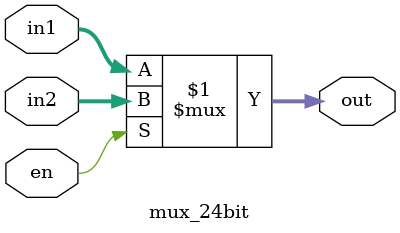
<source format=v>
module mux_24bit(in1, in2, en, out);

	input  [23:0] in1, in2;
	input  en;

	output [23:0] out;

	assign out = en ? in2 : in1;

endmodule

</source>
